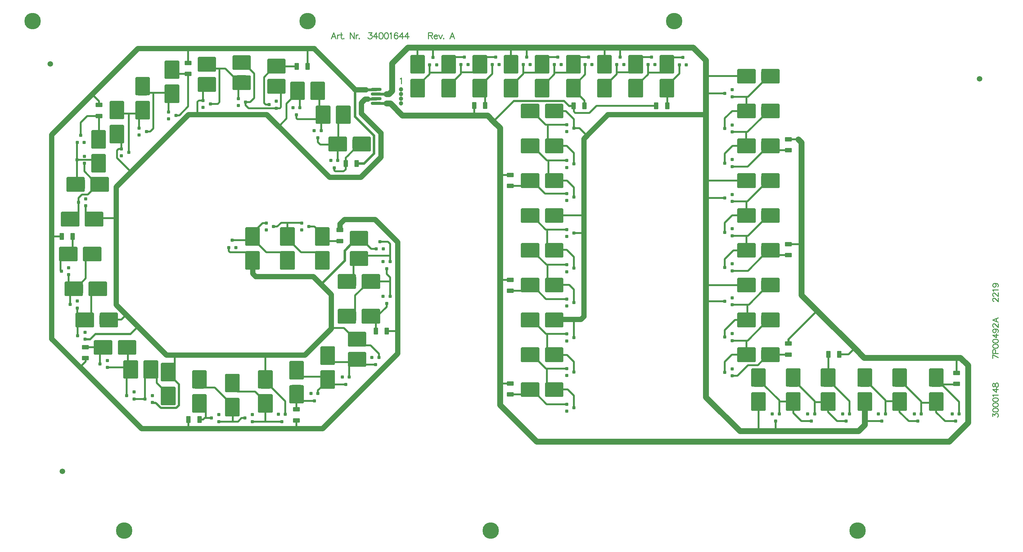
<source format=gtl>
%FSTAX44Y44*%
%MOMM*%
%SFA1B1*%

%IPPOS*%
%AMD29*
4,1,8,-0.449580,0.299720,-0.449580,-0.299720,-0.350520,-0.398780,0.350520,-0.398780,0.449580,-0.299720,0.449580,0.299720,0.350520,0.398780,-0.350520,0.398780,-0.449580,0.299720,0.0*
1,1,0.200000,-0.350520,0.299720*
1,1,0.200000,-0.350520,-0.299720*
1,1,0.200000,0.350520,-0.299720*
1,1,0.200000,0.350520,0.299720*
%
%AMD30*
4,1,8,-1.300480,0.599440,-1.300480,-0.599440,-1.150620,-0.749300,1.150620,-0.749300,1.300480,-0.599440,1.300480,0.599440,1.150620,0.749300,-1.150620,0.749300,-1.300480,0.599440,0.0*
1,1,0.300000,-1.150620,0.599440*
1,1,0.300000,-1.150620,-0.599440*
1,1,0.300000,1.150620,-0.599440*
1,1,0.300000,1.150620,0.599440*
%
%AMD31*
4,1,8,0.899160,-0.459740,0.899160,0.459740,0.784860,0.574040,-0.784860,0.574040,-0.899160,0.459740,-0.899160,-0.459740,-0.784860,-0.574040,0.784860,-0.574040,0.899160,-0.459740,0.0*
1,1,0.230000,0.784860,-0.459740*
1,1,0.230000,0.784860,0.459740*
1,1,0.230000,-0.784860,0.459740*
1,1,0.230000,-0.784860,-0.459740*
%
%AMD32*
4,1,8,-0.459740,-0.899160,0.459740,-0.899160,0.574040,-0.784860,0.574040,0.784860,0.459740,0.899160,-0.459740,0.899160,-0.574040,0.784860,-0.574040,-0.784860,-0.459740,-0.899160,0.0*
1,1,0.230000,-0.459740,-0.784860*
1,1,0.230000,0.459740,-0.784860*
1,1,0.230000,0.459740,0.784860*
1,1,0.230000,-0.459740,0.784860*
%
%AMD33*
4,1,8,-0.299720,-0.449580,0.299720,-0.449580,0.398780,-0.350520,0.398780,0.350520,0.299720,0.449580,-0.299720,0.449580,-0.398780,0.350520,-0.398780,-0.350520,-0.299720,-0.449580,0.0*
1,1,0.200000,-0.299720,-0.350520*
1,1,0.200000,0.299720,-0.350520*
1,1,0.200000,0.299720,0.350520*
1,1,0.200000,-0.299720,0.350520*
%
%AMD34*
4,1,8,-0.599440,-1.300480,0.599440,-1.300480,0.749300,-1.150620,0.749300,1.150620,0.599440,1.300480,-0.599440,1.300480,-0.749300,1.150620,-0.749300,-1.150620,-0.599440,-1.300480,0.0*
1,1,0.300000,-0.599440,-1.150620*
1,1,0.300000,0.599440,-1.150620*
1,1,0.300000,0.599440,1.150620*
1,1,0.300000,-0.599440,1.150620*
%
%ADD28C,1.499997*%
G04~CAMADD=29~8~0.0~0.0~315.0~354.3~39.4~0.0~15~0.0~0.0~0.0~0.0~0~0.0~0.0~0.0~0.0~0~0.0~0.0~0.0~90.0~354.0~314.0*
%ADD29D29*%
G04~CAMADD=30~8~0.0~0.0~590.6~1023.6~59.1~0.0~15~0.0~0.0~0.0~0.0~0~0.0~0.0~0.0~0.0~0~0.0~0.0~0.0~90.0~1024.0~590.0*
%ADD30D30*%
G04~CAMADD=31~8~0.0~0.0~452.8~708.7~45.3~0.0~15~0.0~0.0~0.0~0.0~0~0.0~0.0~0.0~0.0~0~0.0~0.0~0.0~270.0~708.0~452.0*
%ADD31D31*%
G04~CAMADD=32~8~0.0~0.0~452.8~708.7~45.3~0.0~15~0.0~0.0~0.0~0.0~0~0.0~0.0~0.0~0.0~0~0.0~0.0~0.0~180.0~452.0~708.0*
%ADD32D32*%
G04~CAMADD=33~8~0.0~0.0~315.0~354.3~39.4~0.0~15~0.0~0.0~0.0~0.0~0~0.0~0.0~0.0~0.0~0~0.0~0.0~0.0~180.0~314.0~354.0*
%ADD33D33*%
G04~CAMADD=34~8~0.0~0.0~590.6~1023.6~59.1~0.0~15~0.0~0.0~0.0~0.0~0~0.0~0.0~0.0~0.0~0~0.0~0.0~0.0~180.0~590.0~1024.0*
%ADD34D34*%
%ADD35O,2.949994X0.909998*%
%ADD36C,1.599997*%
%ADD37C,0.499999*%
%ADD38C,0.599999*%
%ADD39C,1.399997*%
%ADD40C,0.799998*%
%ADD41C,0.699999*%
%ADD42C,0.253999*%
%ADD43C,4.499991*%
%ADD44C,1.199998*%
%LNled_pd_gtl_wh_3000148_(4f00222l_7p00492a)-1*%
%LPD*%
G36*
X00645016Y0134499D02*
Y0130999D01*
X00642516Y0130749*
X00597516*
X00595016Y0130999*
Y0134499*
X00597516Y0134749*
X00642516*
X00645016Y0134499*
G37*
G36*
X00550016Y0133999D02*
Y0130499D01*
X00547516Y0130249*
X00502516*
X00500016Y0130499*
Y0133999*
X00502516Y0134249*
X00547516*
X00550016Y0133999*
G37*
G36*
X01800016Y01345491D02*
Y01299991D01*
X01797516Y01297491*
X01762516*
X01760016Y01299991*
Y01345491*
X01762516Y01347991*
X01797516*
X01800016Y01345491*
G37*
G36*
X01715016D02*
Y01299991D01*
X01712516Y01297491*
X01677516*
X01675016Y01299991*
Y01345491*
X01677516Y01347991*
X01712516*
X01715016Y01345491*
G37*
G36*
X01630016D02*
Y01299991D01*
X01627516Y01297491*
X01592516*
X01590016Y01299991*
Y01345491*
X01592516Y01347991*
X01627516*
X01630016Y01345491*
G37*
G36*
X01545016D02*
Y01299991D01*
X01542516Y01297491*
X01507516*
X01505016Y01299991*
Y01345491*
X01507516Y01347991*
X01542516*
X01545016Y01345491*
G37*
G36*
X01460016D02*
Y01299991D01*
X01457516Y01297491*
X01422516*
X01420016Y01299991*
Y01345491*
X01422516Y01347991*
X01457516*
X01460016Y01345491*
G37*
G36*
X01375016D02*
Y01299991D01*
X01372516Y01297491*
X01337516*
X01335016Y01299991*
Y01345491*
X01337516Y01347991*
X01372516*
X01375016Y01345491*
G37*
G36*
X01290016D02*
Y01299991D01*
X01287516Y01297491*
X01252516*
X01250016Y01299991*
Y01345491*
X01252516Y01347991*
X01287516*
X01290016Y01345491*
G37*
G36*
X01205016D02*
Y01299991D01*
X01202516Y01297491*
X01167516*
X01165016Y01299991*
Y01345491*
X01167516Y01347991*
X01202516*
X01205016Y01345491*
G37*
G36*
X01120016D02*
Y01299991D01*
X01117516Y01297491*
X01082516*
X01080016Y01299991*
Y01345491*
X01082516Y01347991*
X01117516*
X01120016Y01345491*
G37*
G36*
X00740016Y0133499D02*
Y0129999D01*
X00737516Y0129749*
X00692516*
X00690016Y0129999*
Y0133499*
X00692516Y0133749*
X00737516*
X00740016Y0133499*
G37*
G36*
X00450016Y0133049D02*
Y0128499D01*
X00447516Y0128249*
X00412516*
X00410016Y0128499*
Y0133049*
X00412516Y0133299*
X00447516*
X00450016Y0133049*
G37*
G36*
X02088016Y01307491D02*
Y01272491D01*
X02085516Y01269991*
X02040016*
X02037516Y01272491*
Y01307491*
X02040016Y01309991*
X02085516*
X02088016Y01307491*
G37*
G36*
X02022516D02*
Y01272491D01*
X02020016Y01269991*
X01974516*
X01972016Y01272491*
Y01307491*
X01974516Y01309991*
X02020016*
X02022516Y01307491*
G37*
G36*
X00645016Y0128999D02*
Y0125499D01*
X00642516Y0125249*
X00597516*
X00595016Y0125499*
Y0128999*
X00597516Y0129249*
X00642516*
X00645016Y0128999*
G37*
G36*
X00550016Y0128499D02*
Y0124999D01*
X00547516Y0124749*
X00502516*
X00500016Y0124999*
Y0128499*
X00502516Y0128749*
X00547516*
X00550016Y0128499*
G37*
G36*
X00740016Y0127999D02*
Y0124499D01*
X00737516Y0124249*
X00692516*
X00690016Y0124499*
Y0127999*
X00692516Y0128249*
X00737516*
X00740016Y0127999*
G37*
G36*
X00370016Y0128549D02*
Y0123999D01*
X00367516Y0123749*
X00332516*
X00330016Y0123999*
Y0128549*
X00332516Y0128799*
X00367516*
X00370016Y0128549*
G37*
G36*
X01800016Y01279991D02*
Y01234491D01*
X01797516Y01231991*
X01762516*
X01760016Y01234491*
Y01279991*
X01762516Y01282491*
X01797516*
X01800016Y01279991*
G37*
G36*
X01715016D02*
Y01234491D01*
X01712516Y01231991*
X01677516*
X01675016Y01234491*
Y01279991*
X01677516Y01282491*
X01712516*
X01715016Y01279991*
G37*
G36*
X01630016D02*
Y01234491D01*
X01627516Y01231991*
X01592516*
X01590016Y01234491*
Y01279991*
X01592516Y01282491*
X01627516*
X01630016Y01279991*
G37*
G36*
X01545016D02*
Y01234491D01*
X01542516Y01231991*
X01507516*
X01505016Y01234491*
Y01279991*
X01507516Y01282491*
X01542516*
X01545016Y01279991*
G37*
G36*
X01460016D02*
Y01234491D01*
X01457516Y01231991*
X01422516*
X01420016Y01234491*
Y01279991*
X01422516Y01282491*
X01457516*
X01460016Y01279991*
G37*
G36*
X01375016D02*
Y01234491D01*
X01372516Y01231991*
X01337516*
X01335016Y01234491*
Y01279991*
X01337516Y01282491*
X01372516*
X01375016Y01279991*
G37*
G36*
X01290016D02*
Y01234491D01*
X01287516Y01231991*
X01252516*
X01250016Y01234491*
Y01279991*
X01252516Y01282491*
X01287516*
X01290016Y01279991*
G37*
G36*
X01205016D02*
Y01234491D01*
X01202516Y01231991*
X01167516*
X01165016Y01234491*
Y01279991*
X01167516Y01282491*
X01202516*
X01205016Y01279991*
G37*
G36*
X01120016D02*
Y01234491D01*
X01117516Y01231991*
X01082516*
X01080016Y01234491*
Y01279991*
X01082516Y01282491*
X01117516*
X01120016Y01279991*
G37*
G36*
X00847516Y0127249D02*
Y0122749D01*
X00845016Y0122499*
X00810016*
X00807516Y0122749*
Y0127249*
X00810016Y0127499*
X00845016*
X00847516Y0127249*
G37*
G36*
X00792516D02*
Y0122749D01*
X00790016Y0122499*
X00755016*
X00752516Y0122749*
Y0127249*
X00755016Y0127499*
X00790016*
X00792516Y0127249*
G37*
G36*
X00450016Y0126499D02*
Y0121949D01*
X00447516Y0121699*
X00412516*
X00410016Y0121949*
Y0126499*
X00412516Y0126749*
X00447516*
X00450016Y0126499*
G37*
G36*
X01498016Y0121249D02*
Y0117749D01*
X01495516Y0117499*
X01450016*
X01447516Y0117749*
Y0121249*
X01450016Y0121499*
X01495516*
X01498016Y0121249*
G37*
G36*
X01432516D02*
Y0117749D01*
X01430016Y0117499*
X01384516*
X01382016Y0117749*
Y0121249*
X01384516Y0121499*
X01430016*
X01432516Y0121249*
G37*
G36*
X02088016D02*
Y0117749D01*
X02085516Y0117499*
X02040016*
X02037516Y0117749*
Y0121249*
X02040016Y0121499*
X02085516*
X02088016Y0121249*
G37*
G36*
X02022516D02*
Y0117749D01*
X02020016Y0117499*
X01974516*
X01972016Y0117749*
Y0121249*
X01974516Y0121499*
X02020016*
X02022516Y0121249*
G37*
G36*
X00300016Y0122049D02*
Y0117499D01*
X00297516Y0117249*
X00262516*
X00260016Y0117499*
Y0122049*
X00262516Y0122299*
X00297516*
X00300016Y0122049*
G37*
G36*
X00370016Y0121999D02*
Y0117449D01*
X00367516Y0117199*
X00332516*
X00330016Y0117449*
Y0121999*
X00332516Y0122249*
X00367516*
X00370016Y0121999*
G37*
G36*
X00917516Y0120749D02*
Y0116249D01*
X00915016Y0115999*
X00880016*
X00877516Y0116249*
Y0120749*
X00880016Y0120999*
X00915016*
X00917516Y0120749*
G37*
G36*
X00862516D02*
Y0116249D01*
X00860016Y0115999*
X00825016*
X00822516Y0116249*
Y0120749*
X00825016Y0120999*
X00860016*
X00862516Y0120749*
G37*
G36*
X00300016Y0115499D02*
Y0110949D01*
X00297516Y0110699*
X00262516*
X00260016Y0110949*
Y0115499*
X00262516Y0115749*
X00297516*
X00300016Y0115499*
G37*
G36*
X00250016Y0114049D02*
Y0109499D01*
X00247516Y0109249*
X00212516*
X00210016Y0109499*
Y0114049*
X00212516Y0114299*
X00247516*
X00250016Y0114049*
G37*
G36*
X00973016Y0112249D02*
Y0108749D01*
X00970516Y0108499*
X00925016*
X00922516Y0108749*
Y0112249*
X00925016Y0112499*
X00970516*
X00973016Y0112249*
G37*
G36*
X00907516D02*
Y0108749D01*
X00905016Y0108499*
X00859516*
X00857016Y0108749*
Y0112249*
X00859516Y0112499*
X00905016*
X00907516Y0112249*
G37*
G36*
X01498016Y01117491D02*
Y01082491D01*
X01495516Y01079991*
X01450016*
X01447516Y01082491*
Y01117491*
X01450016Y01119991*
X01495516*
X01498016Y01117491*
G37*
G36*
X01432516D02*
Y01082491D01*
X01430016Y01079991*
X01384516*
X01382016Y01082491*
Y01117491*
X01384516Y01119991*
X01430016*
X01432516Y01117491*
G37*
G36*
X02088016D02*
Y01082491D01*
X02085516Y01079991*
X02040016*
X02037516Y01082491*
Y01117491*
X02040016Y01119991*
X02085516*
X02088016Y01117491*
G37*
G36*
X02022516D02*
Y01082491D01*
X02020016Y01079991*
X01974516*
X01972016Y01082491*
Y01117491*
X01974516Y01119991*
X02020016*
X02022516Y01117491*
G37*
G36*
X00250016Y0107499D02*
Y0102949D01*
X00247516Y0102699*
X00212516*
X00210016Y0102949*
Y0107499*
X00212516Y0107749*
X00247516*
X00250016Y0107499*
G37*
G36*
X01498016Y0102249D02*
Y0098749D01*
X01495516Y0098499*
X01450016*
X01447516Y0098749*
Y0102249*
X01450016Y0102499*
X01495516*
X01498016Y0102249*
G37*
G36*
X01432516D02*
Y0098749D01*
X01430016Y0098499*
X01384516*
X01382016Y0098749*
Y0102249*
X01384516Y0102499*
X01430016*
X01432516Y0102249*
G37*
G36*
X02088016D02*
Y0098749D01*
X02085516Y0098499*
X02040016*
X02037516Y0098749*
Y0102249*
X02040016Y0102499*
X02085516*
X02088016Y0102249*
G37*
G36*
X02022516D02*
Y0098749D01*
X02020016Y0098499*
X01974516*
X01972016Y0098749*
Y0102249*
X01974516Y0102499*
X02020016*
X02022516Y0102249*
G37*
G36*
X00258016Y0101249D02*
Y0097749D01*
X00255516Y0097499*
X00210016*
X00207516Y0097749*
Y0101249*
X00210016Y0101499*
X00255516*
X00258016Y0101249*
G37*
G36*
X00192516D02*
Y0097749D01*
X00190016Y0097499*
X00144516*
X00142016Y0097749*
Y0101249*
X00144516Y0101499*
X00190016*
X00192516Y0101249*
G37*
G36*
X01498016Y00927489D02*
Y00892489D01*
X01495516Y00889989*
X01450016*
X01447516Y00892489*
Y00927489*
X01450016Y00929989*
X01495516*
X01498016Y00927489*
G37*
G36*
X01432516D02*
Y00892489D01*
X01430016Y00889989*
X01384516*
X01382016Y00892489*
Y00927489*
X01384516Y00929989*
X01430016*
X01432516Y00927489*
G37*
G36*
X02088016D02*
Y00892489D01*
X02085516Y00889989*
X02040016*
X02037516Y00892489*
Y00927489*
X02040016Y00929989*
X02085516*
X02088016Y00927489*
G37*
G36*
X02022516D02*
Y00892489D01*
X02020016Y00889989*
X01974516*
X01972016Y00892489*
Y00927489*
X01974516Y00929989*
X02020016*
X02022516Y00927489*
G37*
G36*
X00243016Y0091749D02*
Y0088249D01*
X00240516Y0087999*
X00195016*
X00192516Y0088249*
Y0091749*
X00195016Y0091999*
X00240516*
X00243016Y0091749*
G37*
G36*
X00177516D02*
Y0088249D01*
X00175016Y0087999*
X00129516*
X00127016Y0088249*
Y0091749*
X00129516Y0091999*
X00175016*
X00177516Y0091749*
G37*
G36*
X00965016Y0086499D02*
Y0082999D01*
X00962516Y0082749*
X00917516*
X00915016Y0082999*
Y0086499*
X00917516Y0086749*
X00962516*
X00965016Y0086499*
G37*
G36*
X00860016Y0087549D02*
Y0082999D01*
X00857516Y0082749*
X00822516*
X00820016Y0082999*
Y0087549*
X00822516Y0087799*
X00857516*
X00860016Y0087549*
G37*
G36*
X00765016D02*
Y0082999D01*
X00762516Y0082749*
X00727516*
X00725016Y0082999*
Y0087549*
X00727516Y0087799*
X00762516*
X00765016Y0087549*
G37*
G36*
X00670016D02*
Y0082999D01*
X00667516Y0082749*
X00632516*
X00630016Y0082999*
Y0087549*
X00632516Y0087799*
X00667516*
X00670016Y0087549*
G37*
G36*
X01498016Y00832491D02*
Y00797491D01*
X01495516Y00794991*
X01450016*
X01447516Y00797491*
Y00832491*
X01450016Y00834991*
X01495516*
X01498016Y00832491*
G37*
G36*
X01432516D02*
Y00797491D01*
X01430016Y00794991*
X01384516*
X01382016Y00797491*
Y00832491*
X01384516Y00834991*
X01430016*
X01432516Y00832491*
G37*
G36*
X02088016Y0083249D02*
Y0079749D01*
X02085516Y0079499*
X02040016*
X02037516Y0079749*
Y0083249*
X02040016Y0083499*
X02085516*
X02088016Y0083249*
G37*
G36*
X02022516D02*
Y0079749D01*
X02020016Y0079499*
X01974516*
X01972016Y0079749*
Y0083249*
X01974516Y0083499*
X02020016*
X02022516Y0083249*
G37*
G36*
X00238016Y0082249D02*
Y0078749D01*
X00235516Y0078499*
X00190016*
X00187516Y0078749*
Y0082249*
X00190016Y0082499*
X00235516*
X00238016Y0082249*
G37*
G36*
X00172516D02*
Y0078749D01*
X00170016Y0078499*
X00124516*
X00122016Y0078749*
Y0082249*
X00124516Y0082499*
X00170016*
X00172516Y0082249*
G37*
G36*
X00965016Y0080999D02*
Y0077499D01*
X00962516Y0077249*
X00917516*
X00915016Y0077499*
Y0080999*
X00917516Y0081249*
X00962516*
X00965016Y0080999*
G37*
G36*
X00860016D02*
Y0076449D01*
X00857516Y0076199*
X00822516*
X00820016Y0076449*
Y0080999*
X00822516Y0081249*
X00857516*
X00860016Y0080999*
G37*
G36*
X00765016D02*
Y0076449D01*
X00762516Y0076199*
X00727516*
X00725016Y0076449*
Y0080999*
X00727516Y0081249*
X00762516*
X00765016Y0080999*
G37*
G36*
X00670016D02*
Y0076449D01*
X00667516Y0076199*
X00632516*
X00630016Y0076449*
Y0080999*
X00632516Y0081249*
X00667516*
X00670016Y0080999*
G37*
G36*
X00998016Y0074749D02*
Y0071249D01*
X00995516Y0070999*
X00950016*
X00947516Y0071249*
Y0074749*
X00950016Y0074999*
X00995516*
X00998016Y0074749*
G37*
G36*
X00932516D02*
Y0071249D01*
X00930016Y0070999*
X00884516*
X00882016Y0071249*
Y0074749*
X00884516Y0074999*
X00930016*
X00932516Y0074749*
G37*
G36*
X01498016Y00737489D02*
Y00702489D01*
X01495516Y00699989*
X01450016*
X01447516Y00702489*
Y00737489*
X01450016Y00739989*
X01495516*
X01498016Y00737489*
G37*
G36*
X01432516D02*
Y00702489D01*
X01430016Y00699989*
X01384516*
X01382016Y00702489*
Y00737489*
X01384516Y00739989*
X01430016*
X01432516Y00737489*
G37*
G36*
X02088016D02*
Y00702489D01*
X02085516Y00699989*
X02040016*
X02037516Y00702489*
Y00737489*
X02040016Y00739989*
X02085516*
X02088016Y00737489*
G37*
G36*
X02022516D02*
Y00702489D01*
X02020016Y00699989*
X01974516*
X01972016Y00702489*
Y00737489*
X01974516Y00739989*
X02020016*
X02022516Y00737489*
G37*
G36*
X00253016Y0072749D02*
Y0069249D01*
X00250516Y00689991*
X00205016*
X00202516Y0069249*
Y0072749*
X00205016Y0072999*
X00250516*
X00253016Y0072749*
G37*
G36*
X00187516D02*
Y0069249D01*
X00185016Y00689991*
X00139516*
X00137016Y0069249*
Y0072749*
X00139516Y0072999*
X00185016*
X00187516Y0072749*
G37*
G36*
X00998016Y0065249D02*
Y0061749D01*
X00995516Y0061499*
X00950016*
X00947516Y0061749*
Y0065249*
X00950016Y0065499*
X00995516*
X00998016Y0065249*
G37*
G36*
X00932516D02*
Y0061749D01*
X00930016Y0061499*
X00884516*
X00882016Y0061749*
Y0065249*
X00884516Y0065499*
X00930016*
X00932516Y0065249*
G37*
G36*
X01498016Y00642491D02*
Y00607491D01*
X01495516Y00604991*
X01450016*
X01447516Y00607491*
Y00642491*
X01450016Y00644991*
X01495516*
X01498016Y00642491*
G37*
G36*
X01432516D02*
Y00607491D01*
X01430016Y00604991*
X01384516*
X01382016Y00607491*
Y00642491*
X01384516Y00644991*
X01430016*
X01432516Y00642491*
G37*
G36*
X02088016D02*
Y00607491D01*
X02085516Y00604991*
X02040016*
X02037516Y00607491*
Y00642491*
X02040016Y00644991*
X02085516*
X02088016Y00642491*
G37*
G36*
X02022516D02*
Y00607491D01*
X02020016Y00604991*
X01974516*
X01972016Y00607491*
Y00642491*
X01974516Y00644991*
X02020016*
X02022516Y00642491*
G37*
G36*
X00283016Y0064249D02*
Y0060749D01*
X00280516Y0060499*
X00235016*
X00232516Y0060749*
Y0064249*
X00235016Y0064499*
X00280516*
X00283016Y0064249*
G37*
G36*
X00217516D02*
Y0060749D01*
X00215016Y0060499*
X00169516*
X00167016Y0060749*
Y0064249*
X00169516Y0064499*
X00215016*
X00217516Y0064249*
G37*
G36*
X00960016Y0058999D02*
Y0055499D01*
X00957516Y0055249*
X00912516*
X00910016Y0055499*
Y0058999*
X00912516Y0059249*
X00957516*
X00960016Y0058999*
G37*
G36*
X00333016Y0056749D02*
Y0053249D01*
X00330516Y0052999*
X00285016*
X00282516Y0053249*
Y0056749*
X00285016Y0056999*
X00330516*
X00333016Y0056749*
G37*
G36*
X00267516D02*
Y0053249D01*
X00265016Y0052999*
X00219516*
X00217016Y0053249*
Y0056749*
X00219516Y0056999*
X00265016*
X00267516Y0056749*
G37*
G36*
X01498016Y0054749D02*
Y0051249D01*
X01495516Y0050999*
X01450016*
X01447516Y0051249*
Y0054749*
X01450016Y0054999*
X01495516*
X01498016Y0054749*
G37*
G36*
X01432516D02*
Y0051249D01*
X01430016Y0050999*
X01384516*
X01382016Y0051249*
Y0054749*
X01384516Y0054999*
X01430016*
X01432516Y0054749*
G37*
G36*
X02088016D02*
Y0051249D01*
X02085516Y0050999*
X02040016*
X02037516Y0051249*
Y0054749*
X02040016Y0054999*
X02085516*
X02088016Y0054749*
G37*
G36*
X02022516D02*
Y0051249D01*
X02020016Y0050999*
X01974516*
X01972016Y0051249*
Y0054749*
X01974516Y0054999*
X02020016*
X02022516Y0054749*
G37*
G36*
X00875016Y0055049D02*
Y0050499D01*
X00872516Y0050249*
X00837516*
X00835016Y0050499*
Y0055049*
X00837516Y0055299*
X00872516*
X00875016Y0055049*
G37*
G36*
X00960016Y0053499D02*
Y0049999D01*
X00957516Y0049749*
X00912516*
X00910016Y0049999*
Y0053499*
X00912516Y0053749*
X00957516*
X00960016Y0053499*
G37*
G36*
X00392516Y0051249D02*
Y0046749D01*
X00390017Y0046499*
X00355016*
X00352516Y0046749*
Y0051249*
X00355016Y0051499*
X00390017*
X00392516Y0051249*
G37*
G36*
X00337516D02*
Y0046749D01*
X00335016Y0046499*
X00300016*
X00297516Y0046749*
Y0051249*
X00300016Y0051499*
X00335016*
X00337516Y0051249*
G37*
G36*
X00790016Y0051049D02*
Y0046499D01*
X00787516Y0046249*
X00752516*
X00750016Y0046499*
Y0051049*
X00752516Y0051299*
X00787516*
X00790016Y0051049*
G37*
G36*
X00440016Y0050549D02*
Y0045999D01*
X00437516Y0045749*
X00402516*
X00400016Y0045999*
Y0050549*
X00402516Y0050799*
X00437516*
X00440016Y0050549*
G37*
G36*
X02535017Y00490491D02*
Y00444991D01*
X02532517Y00442491*
X02497517*
X02495017Y00444991*
Y00490491*
X02497517Y00492991*
X02532517*
X02535017Y00490491*
G37*
G36*
X02435017D02*
Y00444991D01*
X02432517Y00442491*
X02397517*
X02395017Y00444991*
Y00490491*
X02397517Y00492991*
X02432517*
X02435017Y00490491*
G37*
G36*
X02340016D02*
Y00444991D01*
X02337516Y00442491*
X02302516*
X02300016Y00444991*
Y00490491*
X02302516Y00492991*
X02337516*
X02340016Y00490491*
G37*
G36*
X02240016D02*
Y00444991D01*
X02237516Y00442491*
X02202516*
X02200016Y00444991*
Y00490491*
X02202516Y00492991*
X02237516*
X02240016Y00490491*
G37*
G36*
X02145017D02*
Y00444991D01*
X02142517Y00442491*
X02107517*
X02105017Y00444991*
Y00490491*
X02107517Y00492991*
X02142517*
X02145017Y00490491*
G37*
G36*
X02050016D02*
Y00444991D01*
X02047516Y00442491*
X02012516*
X02010016Y00444991*
Y00490491*
X02012516Y00492991*
X02047516*
X02050016Y00490491*
G37*
G36*
X00705016Y0048549D02*
Y0043999D01*
X00702516Y0043749*
X00667516*
X00665016Y0043999*
Y0048549*
X00667516Y0048799*
X00702516*
X00705016Y0048549*
G37*
G36*
X00525016D02*
Y0043999D01*
X00522516Y0043749*
X00487516*
X00485016Y0043999*
Y0048549*
X00487516Y0048799*
X00522516*
X00525016Y0048549*
G37*
G36*
X00875016Y0048499D02*
Y0043949D01*
X00872516Y0043699*
X00837516*
X00835016Y0043949*
Y0048499*
X00837516Y0048749*
X00872516*
X00875016Y0048499*
G37*
G36*
X00615016Y0047549D02*
Y0042999D01*
X00612516Y0042749*
X00577516*
X00575016Y0042999*
Y0047549*
X00577516Y0047799*
X00612516*
X00615016Y0047549*
G37*
G36*
X01498016Y00452491D02*
Y00417491D01*
X01495516Y00414991*
X01450016*
X01447516Y00417491*
Y00452491*
X01450016Y00454991*
X01495516*
X01498016Y00452491*
G37*
G36*
X01432516D02*
Y00417491D01*
X01430016Y00414991*
X01384516*
X01382016Y00417491*
Y00452491*
X01384516Y00454991*
X01430016*
X01432516Y00452491*
G37*
G36*
X00790016Y0044499D02*
Y0039949D01*
X00787516Y0039699*
X00752516*
X00750016Y0039949*
Y0044499*
X00752516Y0044749*
X00787516*
X00790016Y0044499*
G37*
G36*
X00440016Y0043999D02*
Y0039449D01*
X00437516Y0039199*
X00402516*
X00400016Y0039449*
Y0043999*
X00402516Y0044249*
X00437516*
X00440016Y0043999*
G37*
G36*
X02535017Y00424991D02*
Y00379491D01*
X02532517Y00376991*
X02497517*
X02495017Y00379491*
Y00424991*
X02497517Y00427491*
X02532517*
X02535017Y00424991*
G37*
G36*
X02435017D02*
Y00379491D01*
X02432517Y00376991*
X02397517*
X02395017Y00379491*
Y00424991*
X02397517Y00427491*
X02432517*
X02435017Y00424991*
G37*
G36*
X02340016D02*
Y00379491D01*
X02337516Y00376991*
X02302516*
X02300016Y00379491*
Y00424991*
X02302516Y00427491*
X02337516*
X02340016Y00424991*
G37*
G36*
X02240016D02*
Y00379491D01*
X02237516Y00376991*
X02202516*
X02200016Y00379491*
Y00424991*
X02202516Y00427491*
X02237516*
X02240016Y00424991*
G37*
G36*
X02145017D02*
Y00379491D01*
X02142517Y00376991*
X02107517*
X02105017Y00379491*
Y00424991*
X02107517Y00427491*
X02142517*
X02145017Y00424991*
G37*
G36*
X02050016D02*
Y00379491D01*
X02047516Y00376991*
X02012516*
X02010016Y00379491*
Y00424991*
X02012516Y00427491*
X02047516*
X02050016Y00424991*
G37*
G36*
X00705016Y0041999D02*
Y0037449D01*
X00702516Y0037199*
X00667516*
X00665016Y0037449*
Y0041999*
X00667516Y0042249*
X00702516*
X00705016Y0041999*
G37*
G36*
X00525016D02*
Y0037449D01*
X00522516Y0037199*
X00487516*
X00485016Y0037449*
Y0041999*
X00487516Y0042249*
X00522516*
X00525016Y0041999*
G37*
G36*
X00615016Y0040999D02*
Y0036449D01*
X00612516Y0036199*
X00577516*
X00575016Y0036449*
Y0040999*
X00577516Y0041249*
X00612516*
X00615016Y0040999*
G37*
G54D28*
X02632999Y01282499D03*
X00098499Y01323499D03*
X00131431Y00211395D03*
G54D29*
X01937999Y01243248D03*
X01957999Y01252748D03*
Y01233748D03*
X01937999Y01147465D03*
X01957999Y01156965D03*
Y01137965D03*
X01937999Y01052861D03*
X01957999Y01062361D03*
Y01043361D03*
X01937999Y00957725D03*
X01957999Y00967225D03*
Y00948225D03*
X01937999Y00863968D03*
X01957999Y00873468D03*
Y00854468D03*
X01937999Y00768421D03*
X01957999Y00777922D03*
Y00758922D03*
X01937999Y00675658D03*
X01957999Y00685158D03*
Y00666158D03*
X01937999Y00578029D03*
X01957999Y00587529D03*
Y00568529D03*
X01937999Y00481955D03*
X01957999Y00491455D03*
Y00472455D03*
X01526749Y010505D03*
X01506749Y01041D03*
Y0106D03*
X01526791Y00960057D03*
X01506791Y00950557D03*
Y00969557D03*
X01526791Y00862128D03*
X01506791Y00852628D03*
Y00871628D03*
X01526791Y0076605D03*
X01506791Y0075655D03*
Y0077555D03*
X01526791Y00672386D03*
X01506791Y00662886D03*
Y00681886D03*
X01526791Y00576963D03*
X01506791Y00567463D03*
Y00586463D03*
X01526791Y00482775D03*
X01506791Y00473275D03*
Y00492275D03*
X01526791Y003854D03*
X01506791Y003759D03*
Y00394901D03*
X01526791Y01148212D03*
X01506791Y01138712D03*
Y01157712D03*
X00803749Y0087975D03*
X00783749Y0087025D03*
Y0088925D03*
X00707249Y0087975D03*
X00687249Y0087025D03*
Y0088925D03*
X00628999Y00356998D03*
X00648999Y00366498D03*
Y00347498D03*
X00537999Y00356998D03*
X00557999Y00366498D03*
Y00347498D03*
X00356749Y00408998D03*
X00376749Y00418498D03*
Y00399498D03*
X00306499Y00418748D03*
X00326499Y00428248D03*
Y00409248D03*
X00233749Y00504748D03*
X00253749Y00514248D03*
Y00495248D03*
X00172999Y00581748D03*
X00192999Y00591248D03*
Y00572248D03*
X00151999Y00666998D03*
X00171999Y00676498D03*
Y00657498D03*
X00128499Y00757748D03*
X00148499Y00767248D03*
Y00748248D03*
X00174999Y00945998D03*
X00194999Y00955498D03*
Y00936498D03*
X00171249Y01061748D03*
X00191249Y01071248D03*
Y01052248D03*
X00312499Y0108225D03*
X00292499Y0107275D03*
Y0109175D03*
X00360499Y0113875D03*
X00340499Y0112925D03*
Y0114825D03*
X00440749Y01183D03*
X00420749Y011735D03*
Y011925D03*
X00534999Y0121425D03*
X00514999Y0120475D03*
Y0122375D03*
X00630999Y0121925D03*
X00610999Y0120975D03*
Y0122875D03*
X00694749Y01212248D03*
X00714749Y01221748D03*
Y01202748D03*
G54D30*
X02030016Y00419991D03*
Y00449991D03*
X01440016Y01274991D03*
Y01304991D03*
X00745016Y0083499D03*
Y0080499D03*
X00940016Y0083499D03*
Y0080499D03*
X00935016Y0055999D03*
Y0052999D03*
X00420016Y0043499D03*
Y0046499D03*
X00230016Y0109999D03*
Y0106999D03*
X00350016Y0124499D03*
Y0121499D03*
X00430016Y0128999D03*
Y0125999D03*
X00715016Y0127499D03*
Y0130499D03*
X00525016Y0130999D03*
Y0127999D03*
X00620016Y0131499D03*
Y0128499D03*
X00840016Y0080499D03*
Y0083499D03*
X00770016Y0046999D03*
Y0043999D03*
X00505016Y0044499D03*
Y0041499D03*
X00855016Y0050999D03*
Y0047999D03*
X00595016Y0043499D03*
Y0040499D03*
X00650016Y0080499D03*
Y0083499D03*
X00685016Y0044499D03*
Y0041499D03*
X00280016Y0114999D03*
Y0117999D03*
X02320016Y00449991D03*
Y00419991D03*
X01610016Y01274991D03*
Y01304991D03*
X01355016Y01274991D03*
Y01304991D03*
X01100016Y01274991D03*
Y01304991D03*
X02415017Y00449991D03*
Y00419991D03*
X02125017Y00449991D03*
Y00419991D03*
X01695016Y01274991D03*
Y01304991D03*
X01185016Y01274991D03*
Y01304991D03*
X02515017Y00449991D03*
Y00419991D03*
X02220016Y00449991D03*
Y00419991D03*
X01780016Y01274991D03*
Y01304991D03*
X01525016Y01274991D03*
Y01304991D03*
X01270016Y01274991D03*
Y01304991D03*
G54D31*
X02111249Y00530499D03*
Y00560499D03*
X02570249Y00450249D03*
Y00480249D03*
X01353249Y00990499D03*
Y01020499D03*
Y00704499D03*
Y00734499D03*
Y00421499D03*
Y00451499D03*
X00887999Y00870249D03*
Y00840249D03*
X00769749Y00350749D03*
Y00380749D03*
X00194249Y00520749D03*
Y00550749D03*
X00231499Y01211499D03*
Y01181499D03*
X00474499Y01325999D03*
Y01295999D03*
X02111249Y00831749D03*
Y00801749D03*
Y01117749D03*
Y01087749D03*
G54D32*
X02220749Y00530999D03*
X02250749D03*
X01284749Y01209999D03*
X01254749D03*
X01781203Y01209249D03*
X01751203D03*
X0155575D03*
X01525749D03*
X01016Y00594499D03*
X00985999D03*
X00475249Y00353499D03*
X00505249D03*
X00129249Y00852999D03*
X00159249D03*
X00800249Y01316999D03*
X00770249D03*
X00904249Y01051749D03*
X00934249D03*
G54D33*
X0207725Y00348749D03*
X0206775Y00368749D03*
X0208675D03*
X02173828Y00348749D03*
X02164328Y00368749D03*
X02183328D03*
X02269011Y00348749D03*
X02259511Y00368749D03*
X02278511D03*
X02366753Y00348749D03*
X02357253Y00368749D03*
X02376253D03*
X02464555Y00348749D03*
X02455055Y00368749D03*
X02474055D03*
X02567981Y00348749D03*
X02558481Y00368749D03*
X02577481D03*
X01823629Y01341241D03*
X01833129Y01321241D03*
X01814129D03*
X01738052Y01341999D03*
X01747552Y01321999D03*
X01728552D03*
X01652998Y01341999D03*
X01662498Y01321999D03*
X01643498D03*
X01566498Y01341999D03*
X01575998Y01321999D03*
X01556998D03*
X01482748Y01341999D03*
X01492248Y01321999D03*
X01473248D03*
X01397998Y01341999D03*
X01407498Y01321999D03*
X01388498D03*
X01312998Y01341999D03*
X01322498Y01321999D03*
X01303498D03*
X01227918Y01341999D03*
X01237418Y01321999D03*
X01218418D03*
X01142502Y01341241D03*
X01152002Y01321241D03*
X01133002D03*
X00594748Y00842249D03*
X00604248Y00822249D03*
X00585248D03*
X00996998Y00838499D03*
X01006498Y00818499D03*
X00987498D03*
X0101575Y00764249D03*
X0100625Y00784249D03*
X0102525D03*
X0101575Y00669499D03*
X0100625Y00689499D03*
X0102525D03*
X0098525Y00502749D03*
X0097575Y00522749D03*
X0099475D03*
X0090425Y00448749D03*
X0089475Y00468749D03*
X0091375D03*
X008185Y00403999D03*
X00809Y00423999D03*
X00828D03*
X0072975Y00347499D03*
X0072025Y00367499D03*
X0073925D03*
X00180998Y01128999D03*
X00190498Y01108999D03*
X00171498D03*
X007695Y01184249D03*
X0076Y01204249D03*
X00779D03*
X0082775Y01121499D03*
X0081825Y01141499D03*
X0083725D03*
X0087275Y01039999D03*
X0086325Y01059999D03*
X0088225D03*
G54D34*
X00955016Y0072999D03*
X00925016D03*
X00360016Y0048999D03*
X00330016D03*
X00260016Y0054999D03*
X00290016D03*
X00210016Y0062499D03*
X00240016D03*
X00180016Y0070999D03*
X00210016D03*
X00165016Y0080499D03*
X00195016D03*
X00170016Y0089999D03*
X00200016D03*
X00930016Y0110499D03*
X00900016D03*
X00785016Y0124999D03*
X00815016D03*
X00855016Y0118499D03*
X00885016D03*
X00925016Y0063499D03*
X00955016D03*
X00215016Y0099499D03*
X00185016D03*
X02045016Y00719989D03*
X02015016D03*
X02045016Y0100499D03*
X02015016D03*
X02045016Y01289991D03*
X02015016D03*
X01425016Y00624991D03*
X01455016D03*
X01425016Y00909989D03*
X01455016D03*
X01425016Y0119499D03*
X01455016D03*
X02045016Y00624991D03*
X02015016D03*
X02045016Y00909989D03*
X02015016D03*
X02045016Y0119499D03*
X02015016D03*
X01425016Y0052999D03*
X01455016D03*
X01425016Y00814991D03*
X01455016D03*
X01425016Y01099991D03*
X01455016D03*
X02045016Y0052999D03*
X02015016D03*
X02045016Y0081499D03*
X02015016D03*
X02045016Y01099991D03*
X02015016D03*
X01425016Y00434991D03*
X01455016D03*
X01425016Y00719989D03*
X01455016D03*
X01425016Y0100499D03*
X01455016D03*
G54D35*
X00986949Y01253599D03*
Y01240899D03*
Y01215499D03*
Y01228199D03*
G54D36*
X02580999Y00521749D02*
X02601749Y00500999D01*
X02550499Y00293249D02*
X02601749Y00344499D01*
Y00500999*
X01424749Y00293249D02*
X02550499D01*
X02567499Y00521749D02*
X02580999D01*
X02318249D02*
X02567499D01*
X02320016Y00349749D02*
Y00419991D01*
Y00338516D02*
Y00349749D01*
X02076749Y00321499D02*
X02302999D01*
X02320016Y00338516*
X02292499Y00547499D02*
X02318249Y00521749D01*
X02189499Y00650499D02*
X02292499Y00547499D01*
X02027999Y00321499D02*
X02076749D01*
X01979247D02*
X02027999D01*
X02147499Y00692499D02*
X02189499Y00650499D01*
X01886249Y00679249D02*
Y00719249D01*
Y00414497D02*
Y00679249D01*
Y00719249D02*
Y00959249D01*
X02147499Y00692499D02*
Y00831249D01*
Y01108999*
X01886249Y00959249D02*
Y01002249D01*
Y01184999*
Y01243249D02*
Y01288999D01*
Y01184999D02*
Y01243249D01*
Y01288999D02*
Y01333749D01*
X01324749Y00452999D02*
Y00735499D01*
Y00393249D02*
Y00452999D01*
Y00735499D02*
Y01020749D01*
X01653749Y01367999D02*
X01851999D01*
X01609749D02*
X01653749D01*
X01397499D02*
X01609749D01*
X01306624Y01167124D02*
X01324749Y01148999D01*
Y01020749D02*
Y01148999D01*
X01291249Y01182499D02*
X01306624Y01167124D01*
X01354749Y01367999D02*
X01397499D01*
X01142499D02*
X01354749D01*
X01254249Y01182499D02*
X01291249D01*
X01058749D02*
X01254249D01*
X01025749Y01215499D02*
X01058749Y01182499D01*
X01324749Y00393249D02*
X01424749Y00293249D01*
X01100749Y01367999D02*
X01142499D01*
X01073249D02*
X01100749D01*
X01014799Y01215499D02*
X01025749D01*
X02138749Y01117749D02*
X02147499Y01108999D01*
X01030532Y01325281D02*
X01073249Y01367999D01*
X01851999D02*
X01886249Y01333749D01*
X01014799Y01240899D02*
X01021649D01*
X01030532Y01249781D02*
Y01325281D01*
X01021649Y01240899D02*
X01030532Y01249781D01*
X01886249Y00414497D02*
X01979247Y00321499D01*
G54D37*
X02570249Y00480249D02*
Y00518999D01*
X02567499Y00521749D02*
X02570249Y00518999D01*
X02568749Y00448749D02*
X02570249Y00450249D01*
X02529749Y00448749D02*
X02568749D01*
X02529749D02*
X02577481Y00401017D01*
Y00368749D02*
Y00401017D01*
X02474055Y00398749D02*
Y00401943D01*
Y00368749D02*
Y00398749D01*
X02503749D02*
X02505499Y00400499D01*
X02474055Y00398749D02*
X02503749D01*
X02428249Y00447749D02*
X02474055Y00401943D01*
X02539249Y00348749D02*
X02567981D01*
X02515017Y00372981D02*
Y00419991D01*
Y00372981D02*
X02539249Y00348749D01*
X02415017Y00373731D02*
Y00419991D01*
Y00373731D02*
X02439999Y00348749D01*
X02464555*
X02376253Y00402999D02*
Y00405995D01*
Y00368749D02*
Y00402999D01*
X02406749*
X02407999Y00404249*
X02333249Y00448999D02*
X02376253Y00405995D01*
X02321016Y00348749D02*
X02366753D01*
X02320016Y00349749D02*
X02321016Y00348749D01*
X02250749Y00530999D02*
X02275999D01*
X02292499Y00547499*
X02219999Y00465999D02*
X02220749Y00466749D01*
Y00530999*
X02233499Y00447749D02*
X02278511Y00402737D01*
Y00368749D02*
Y00402737D01*
X02219249Y00400749D02*
X02220016Y00401516D01*
Y00419991*
Y00373232D02*
Y00401516D01*
Y00373232D02*
X02244499Y00348749D01*
X02269011*
X02183328Y00400749D02*
Y0040342D01*
Y00368749D02*
Y00400749D01*
X02219249*
X02138999Y00447749D02*
X02183328Y0040342D01*
X02125017Y0037098D02*
Y00419991D01*
Y0037098D02*
X02147249Y00348749D01*
X02173828*
X0208675Y00402499D02*
Y00405748D01*
Y00368749D02*
Y00402499D01*
X02122499D02*
X02123249Y00403249D01*
X0208675Y00402499D02*
X02122499D01*
X02044249Y00448249D02*
X0208675Y00405748D01*
X0207725Y00322D02*
Y00348749D01*
X02076749Y00321499D02*
X0207725Y00322D01*
X02030016Y00323516D02*
Y00419991D01*
X02027999Y00321499D02*
X02030016Y00323516D01*
X02045526Y00530499D02*
X02111249D01*
X02045016Y0052999D02*
X02045526Y00530499D01*
X02001749Y00501499D02*
X02028249D01*
X02042499Y00515749*
X01972705Y00472455D02*
X02001749Y00501499D01*
X01957999Y00472455D02*
X01972705D01*
X0195749Y0052999D02*
X02015016D01*
X01937999Y00510499D02*
X0195749Y0052999D01*
X01937999Y00481955D02*
Y00510499D01*
X01997499Y00568529D02*
X02000779D01*
X01957999D02*
X01997499D01*
Y00537999D02*
Y00568529D01*
Y00537999D02*
X01998499Y00536999D01*
X02000779Y00568529D02*
X02043249Y00610999D01*
X01965741Y00624991D02*
X02015016D01*
X01937999Y00597249D02*
X01965741Y00624991D01*
X01937999Y00578029D02*
Y00597249D01*
X0200025Y00666158D02*
X02003658D01*
X01957999D02*
X0200025D01*
Y00627999D02*
Y00666158D01*
X01998999Y00626749D02*
X0200025Y00627999D01*
X02003658Y00666158D02*
X02042499Y00704999D01*
X0188984Y00675658D02*
X01937999D01*
X01886249Y00679249D02*
X0188984Y00675658D01*
X01886989Y00719989D02*
X02015016D01*
X01886249Y00719249D02*
X01886989Y00719989D01*
X02111249Y00831749D02*
X02146999D01*
X02147499Y00831249*
X02077499Y00801749D02*
X02111249D01*
X02077499D02*
D01*
X02001421Y00758922D02*
X02042499Y00799999D01*
X01957999Y00758922D02*
X02001421D01*
X0196199Y0081499D02*
X02015016D01*
X01937999Y00790999D02*
X0196199Y0081499D01*
X01937999Y00768421D02*
Y00790999D01*
X01997499Y00818749D02*
X01999999Y00816249D01*
X01997499Y00818749D02*
Y00854468D01*
X01957999D02*
X01997499D01*
X02001718*
X02042499Y00895249*
X01957989Y00909989D02*
X02015016D01*
X01937999Y00889999D02*
X01957989Y00909989D01*
X01937999Y00863968D02*
Y00889999D01*
X01996999Y00948225D02*
X02000225D01*
X01957999D02*
X01996999D01*
Y00916749D02*
Y00948225D01*
X01995249Y00914999D02*
X01996999Y00916749D01*
X02000225Y00948225D02*
X02041499Y00989499D01*
X01887773Y00957725D02*
X01937999D01*
X01886249Y00959249D02*
X01887773Y00957725D01*
X0188899Y0100499D02*
X02015016D01*
X01886249Y01002249D02*
X0188899Y0100499D01*
X02078499Y01086749D02*
X02079499Y01087749D01*
X02111249*
X02000861Y01043361D02*
X02042249Y01084749D01*
X01957999Y01043361D02*
X02000861D01*
X01959241Y01099991D02*
X02015016D01*
X01937999Y01078749D02*
X01959241Y01099991D01*
X01937999Y01052861D02*
Y01078749D01*
X01996249Y01137965D02*
X01999965D01*
X01957999D02*
X01996249D01*
X01995749Y01103249D02*
X01996249Y01103749D01*
Y01137965*
X01999965D02*
X02041749Y01179749D01*
X0195799Y0119499D02*
X02015016D01*
X01937999Y01174999D02*
X0195799Y0119499D01*
X01937999Y01147465D02*
Y01174999D01*
X01996999Y01233748D02*
X02001248D01*
X01957999D02*
X01996999D01*
Y01205249D02*
Y01233748D01*
X01994749Y01202999D02*
X01996999Y01205249D01*
X02001248Y01233748D02*
X02041249Y01273749D01*
X0188625Y01243248D02*
X01937999D01*
X01886249Y01243249D02*
X0188625Y01243248D01*
X01887241Y01289991D02*
X02015016D01*
X01886249Y01288999D02*
X01887241Y01289991D01*
X01455016Y00909989D02*
X01552489D01*
X01553249Y00910749*
X01526791Y00862128D02*
X01552378D01*
X01553249Y00862999*
X01526791Y00576963D02*
Y00625707D01*
X01526249Y00626249D02*
X01526791Y00625707D01*
Y01148212D02*
X01541786D01*
X01562124Y01127874*
X01526791Y01148212D02*
Y01172957D01*
X01455016Y0119499D02*
X01504758D01*
X01526791Y01172957*
X01326249Y00451499D02*
X01353249D01*
X01324749Y00452999D02*
X01326249Y00451499D01*
X01403749Y00421499D02*
X01404499Y00420749D01*
X01353249Y00421499D02*
X01403749D01*
X01425499Y00421749D02*
X01452347Y00394901D01*
X01506791*
X01455016Y00434991D02*
X01510007D01*
X01526791Y00418207*
Y003854D02*
Y00418207D01*
X01452999Y00492275D02*
X01506791D01*
X01449973D02*
X01452999D01*
Y00437009D02*
X01455016Y00434991D01*
X01452999Y00437009D02*
Y00492275D01*
X01425999Y00516249D02*
X01449973Y00492275D01*
X01455757Y00529249D02*
X01507999D01*
X01526791Y00510457*
X01453499Y00531507D02*
X01455757Y00529249D01*
X01526791Y00482775D02*
Y00510457D01*
X01453499Y00586463D02*
X01506791D01*
X01450535D02*
X01453499D01*
Y00531507D02*
Y00586463D01*
X01427499Y00609499D02*
X01450535Y00586463D01*
X01325749Y00734499D02*
X01353249D01*
X01324749Y00735499D02*
X01325749Y00734499D01*
X01353249Y00704499D02*
X01399749D01*
X01402249Y00706999*
X01450362Y00681886D02*
X01506791D01*
X01426249Y00705999D02*
X01450362Y00681886D01*
X01454499Y00720507D02*
X01514241D01*
X01526791Y00707957*
Y00672386D02*
Y00707957D01*
X01454499Y0077555D02*
X01506791D01*
X01451698D02*
X01454499D01*
Y00720507D02*
X01455016Y00719989D01*
X01454499Y00720507D02*
Y0077555D01*
X01426749Y00800499D02*
X01451698Y0077555D01*
X01453499Y00816509D02*
X01506739D01*
X01526791Y00796457*
Y0076605D02*
Y00796457D01*
X01453499Y00871628D02*
X01506791D01*
X0144987D02*
X01453499D01*
Y00816509D02*
X01455016Y00814991D01*
X01453499Y00816509D02*
Y00871628D01*
X01425499Y00895999D02*
X0144987Y00871628D01*
X01353249Y00990499D02*
X01400999D01*
X01401499Y00990999*
X01426249D02*
X01447691Y00969557D01*
X01506791*
X01455016Y0100499D02*
X01508258D01*
X01526791Y00986457*
Y00960057D02*
Y00986457D01*
X01455016Y01099991D02*
X01507257D01*
X01526749Y01080499*
Y010505D02*
Y01080499D01*
X01455016Y01157712D02*
X01506791D01*
X01455016Y01099991D02*
Y01157712D01*
X01449286D02*
X01455016D01*
X01452998Y0106D02*
X01457249D01*
X01455016Y0100499D02*
X01457249Y01007223D01*
X01428249Y01084749D02*
X01452998Y0106D01*
X01457249Y01007223D02*
Y0106D01*
X01506749*
X01426749Y01180249D02*
X01449286Y01157712D01*
X01781203Y01209249D02*
Y01250045D01*
X01780499Y01250749D02*
X01781203Y01250045D01*
X01814129Y01297129D02*
Y01321241D01*
X01796249Y01279249D02*
X01814129Y01297129D01*
X01782749Y01342749D02*
X01784257Y01341241D01*
X01823629*
X01728552Y01299999D02*
Y01321999D01*
X01775025Y01299999D02*
X01780016Y01304991D01*
X01728552Y01295052D02*
Y01299999D01*
X01775025*
X01711249Y01277749D02*
X01728552Y01295052D01*
X01699999Y01343499D02*
X01701499Y01341999D01*
X01738052*
X01643498Y01300249D02*
Y01321999D01*
Y01300249D02*
X01690275D01*
X01695016Y01304991*
X01643498Y01295498D02*
Y01300249D01*
X01625999Y01277999D02*
X01643498Y01295498D01*
X01652998Y01341999D02*
Y01367248D01*
X01653749Y01367999*
X01610016Y01304991D02*
Y01367732D01*
X01609749Y01367999D02*
X01610016Y01367732D01*
X01541749Y01237249D02*
X0155575Y01223249D01*
Y01209249D02*
Y01223249D01*
X01530249Y01189999D02*
X01569249D01*
X01588499Y01209249D02*
X01751203D01*
X01569249Y01189999D02*
X01588499Y01209249D01*
X01526749Y01193499D02*
X01530249Y01189999D01*
X01526749Y01193499D02*
Y01208249D01*
X01525749Y01209249D02*
X01526749Y01208249D01*
X01525749Y01247999D02*
X01527249Y01249499D01*
X01556998Y01294248D02*
Y01321999D01*
X01539749Y01276999D02*
X01556998Y01294248D01*
X01530999Y01341999D02*
X01566498D01*
X01530249Y01342749D02*
X01530999Y01341999D01*
X01473248Y01295248D02*
Y01299999D01*
Y01321999*
X01520025Y01299999D02*
X01525016Y01304991D01*
X01473248Y01299999D02*
X01520025D01*
X01454249Y01276249D02*
X01473248Y01295248D01*
X01448249Y01343499D02*
X01449749Y01341999D01*
X01482748*
X01388498Y01299999D02*
Y01321999D01*
Y01295998D02*
Y01299999D01*
X01435025D02*
X01440016Y01304991D01*
X01388498Y01299999D02*
X01435025D01*
X01368999Y01276499D02*
X01388498Y01295998D01*
X01397998Y01341999D02*
Y013675D01*
X01397499Y01367999D02*
X01397998Y013675D01*
X01354749Y01305258D02*
X01355016Y01304991D01*
X01354749Y01305258D02*
Y01367999D01*
X01324999Y01020499D02*
X01353249D01*
X01324749Y01020749D02*
X01324999Y01020499D01*
X01254749Y01182999D02*
Y01209999D01*
X01254249Y01182499D02*
X01254749Y01182999D01*
X01284249Y01210499D02*
Y01247749D01*
Y01210499D02*
X01284749Y01209999D01*
X01283999Y01276749D02*
X01303498Y01296248D01*
Y01321999*
X01275249Y01341999D02*
X01312998D01*
X01274249Y01342999D02*
X01275249Y01341999D01*
X01265775Y01300749D02*
X01270016Y01304991D01*
X01218499Y01300749D02*
Y01322249D01*
Y01300749D02*
X01265775D01*
X01218499Y01296499D02*
Y01300749D01*
X01199999Y01277999D02*
X01218499Y01296499D01*
X01218418Y01321999D02*
Y01322168D01*
X01218499Y01322249*
X01191999Y01341999D02*
D01*
X01227918*
X01142502Y01341241D02*
Y01367996D01*
X01142499Y01367999D02*
X01142502Y01367996D01*
X01133002Y01295752D02*
Y01299999D01*
X01180025*
X01185016Y01304991*
X01133002Y01299999D02*
Y01321241D01*
X01106999Y01269749D02*
X01133002Y01295752D01*
X01106999Y01266249D02*
Y01269749D01*
X01100016Y01304991D02*
Y01367266D01*
X01100749Y01367999*
X02111249Y01117749D02*
X02138749D01*
X00499749Y01187249D02*
Y01219999D01*
Y01187249D02*
X00501249Y01185749D01*
X00440749Y01183D02*
X004505D01*
X00474499Y01206999D02*
Y01295999D01*
X004505Y01183D02*
X00474499Y01206999D01*
X00334749Y00604749D02*
X00339249D01*
X00291749Y00625499D02*
X00304499Y00638249D01*
X00305749*
X00929749Y01253499D02*
X00929999Y01253249D01*
X00865999Y00602749D02*
X00899499D01*
X00864499Y00601249D02*
X00865999Y00602749D01*
X00899499D02*
X00927999Y00574249D01*
X00933749*
X00836874Y00722374D02*
X00837624D01*
X00645258Y00809749D02*
X00650016Y0080499D01*
X00585248Y00812678D02*
Y00822249D01*
X00588177Y00809749D02*
X00645258D01*
X00585248Y00812678D02*
X00588177Y00809749D01*
X00594748Y00842249D02*
X00637258D01*
X00644516Y0083499*
X00650016*
X00665749Y00831249D02*
X00687249Y00809749D01*
X00740258D02*
X00745016Y0080499D01*
X00687249Y00809749D02*
X00740258D01*
X00663749Y00875499D02*
X006775Y0088925D01*
X00687249*
X00759499Y00832249D02*
X00781999Y00809749D01*
X00835258D02*
X00840016Y0080499D01*
X00781999Y00809749D02*
X00835258D01*
X00744999Y00890249D02*
X00782749D01*
X00727999D02*
X00744999D01*
X00745016Y0083499D02*
Y00890232D01*
X00744999Y00890249D02*
X00745016Y00890232D01*
X007175Y0087975D02*
X00727999Y00890249D01*
X00707249Y0087975D02*
X007175D01*
X00783748Y0088925D02*
X00783749D01*
X00782749Y00890249D02*
X00783748Y0088925D01*
X00818748Y0087975D02*
X00823499Y00874999D01*
X00803749Y0087975D02*
X00818748D01*
X00850775Y00840249D02*
X00887999D01*
X00845516Y0083499D02*
X00850775Y00840249D01*
X00840016Y0083499D02*
X00845516D01*
X00973749Y00818499D02*
X00987498D01*
X00958499Y00833749D02*
X00973749Y00818499D01*
X0102525Y00799999D02*
Y00832248D01*
Y00784249D02*
Y00799999D01*
X00940016Y0080499D02*
X00945008Y00799999D01*
X0102525*
X00925249Y00728249D02*
Y00787999D01*
X00930999Y0079375*
X00925016Y00728482D02*
X00925249Y00728249D01*
X00925016Y00728482D02*
Y0072999D01*
X00996998Y00838499D02*
X01018999D01*
X0102525Y00832248*
Y00689499D02*
Y00740748D01*
X00955016Y0072999D02*
X01023999D01*
X0101575Y00750248D02*
Y00764249D01*
Y00750248D02*
X0102525Y00740748D01*
X00925016Y0063499D02*
X00929749Y00639723D01*
Y00691499D02*
X00952999Y00714749D01*
X00929749Y00639723D02*
Y00691499D01*
X00989501Y00637499D02*
X00992249D01*
X01015614Y00660864D02*
Y00667499D01*
X00992249Y00637499D02*
X01015614Y00660864D01*
X0101575Y00667635D02*
Y00669499D01*
X01015614Y00667499D02*
X0101575Y00667635D01*
X00985999Y00594499D02*
Y00626749D01*
X00986499Y00627249*
X01016Y00594499D02*
X01045749D01*
X01045999Y00594249*
X00971999Y00555249D02*
X0099475Y00532498D01*
X00948159Y00555249D02*
X00971999D01*
X0099475Y00522749D02*
Y00532498D01*
X00940249Y00502749D02*
X0098525D01*
X00939999Y00502999D02*
X00940249Y00502749D01*
X00855016Y0050999D02*
X0091449D01*
X0091375Y00468749D02*
Y0050675D01*
X00914249Y00507249*
X00865249Y00448749D02*
X0090425D01*
X00863999Y00449999D02*
X00865249Y00448749D01*
X0091449Y0050999D02*
X00926249Y00521749D01*
X00828Y00423999D02*
X00828135Y00424134D01*
Y00432385*
X00838999Y00443249*
X00770016Y0046999D02*
X00841587D01*
X00844516Y00472919*
Y0047499*
X00849516Y0047999*
X00855016*
X00784249Y00403999D02*
X008185D01*
X00783249Y00404999D02*
X00784249Y00403999D01*
X00769749Y00328999D02*
Y00350749D01*
Y00328999D02*
X00770249Y00328499D01*
X00475249Y00328999D02*
Y00353499D01*
X00474749Y00328499D02*
X00475249Y00328999D01*
X00769749Y00410499D02*
X00771499Y00412249D01*
X00769749Y00380749D02*
Y00410499D01*
X00685016Y0044499D02*
Y00529249D01*
X00420016Y00488266D02*
X00437749Y00505999D01*
Y00529249*
X00420016Y0046499D02*
Y00488266D01*
X00700499Y00441749D02*
X0073925Y00402998D01*
Y00367499D02*
Y00402998D01*
X00684749Y00347498D02*
X00729749D01*
X00648999D02*
X00684749D01*
X00685016Y00347766D02*
Y0041499D01*
X00684749Y00347498D02*
X00685016Y00347766D01*
X00729749Y00347498D02*
X0072975Y00347499D01*
X00656749Y00429749D02*
X00671249Y00415249D01*
X00595016Y0043499D02*
X00600016Y0042999D01*
X00608204*
X00608445Y00429749*
X00656749*
X00522999Y00356998D02*
X00537999D01*
X00519248D02*
X00522999D01*
X00522499Y00357498D02*
Y00379499D01*
Y00357498D02*
X00522999Y00356998D01*
X00505249Y00353499D02*
X00515749D01*
X00519248Y00356998*
X00595999Y00347498D02*
X00610248D01*
X00557999D02*
X00595999D01*
Y00374249*
X00596249Y00374499*
X00505016Y0044499D02*
X00510008Y00439999D01*
X00546999D02*
X00580499Y00406499D01*
X00510008Y00439999D02*
X00546999D01*
X00610248Y00347498D02*
X00619748Y00356998D01*
X00628999*
X00101749Y00846749D02*
X00107749Y00852749D01*
X00128999D02*
X00129249Y00852999D01*
X00107749Y00852749D02*
X00128999D01*
X00504499Y00378999D02*
X00505249Y00378249D01*
X00376749Y00399498D02*
X00377009Y00399238D01*
X00388999Y00452999D02*
Y00469249D01*
Y00452999D02*
X00403249Y00438749D01*
X00418008Y0043499D02*
X00420016D01*
X00416999Y00435999D02*
X00418008Y0043499D01*
X00305749Y00474999D02*
X00306499Y00474249D01*
Y00418748D02*
Y00474249D01*
X00356749Y00408998D02*
Y00486723D01*
X00360016Y0048999*
X00326759Y00408988D02*
X00356739D01*
X00356749Y00408998*
X00326499Y00409248D02*
X00326759Y00408988D01*
X00306499Y00484749D02*
X00308499Y00486749D01*
X00309999Y00510249D02*
Y00534749D01*
X00308999Y00509249D02*
X00309999Y00510249D01*
X00253749Y00495248D02*
X00307498D01*
X00310499Y00498249*
X00233749Y00504748D02*
Y00539499D01*
X00233999Y0053975*
X00194249Y00550749D02*
X00221499D01*
X00222999Y00552249*
X00179374Y00495874D02*
X00194749Y00511249D01*
X00194249Y00520749D02*
X00194749Y00520249D01*
Y00511249D02*
Y00520249D01*
X00172999Y00622249D02*
D01*
Y00581748D02*
Y00622249D01*
X00171999Y00637499D02*
Y00657498D01*
Y00637499D02*
X00172499Y00636999D01*
X00151999Y00704249D02*
X00152999Y00705249D01*
X00151999Y00666998D02*
Y00704249D01*
X00148499Y00719249D02*
Y00748248D01*
Y00719249D02*
X00150999Y00716749D01*
X00126499Y00759248D02*
Y00801999D01*
X00127999Y00757748D02*
X00128499D01*
X00126499Y00759248D02*
X00127999Y00757748D01*
X00159249Y00816999D02*
Y00852999D01*
X00240525Y00625499D02*
X00291749D01*
X00240016Y0062499D02*
X00240525Y00625499D01*
X00210016Y0062499D02*
Y0070999D01*
Y0062499D02*
D01*
X00195016Y00738016D02*
Y0080499D01*
X00180016Y0070999D02*
X00182016Y0071199D01*
Y00725016*
X00195016Y00738016*
X00200016Y0089999D02*
X00203025Y00902999D01*
X00277499*
X00174999Y00945998D02*
X00175207Y00946206D01*
Y00957957*
X00184249Y00966999*
X00195016Y0090499D02*
X00200016Y0089999D01*
X00195016Y0090499D02*
Y00913402D01*
X00194999Y00913419D02*
X00195016Y00913402D01*
X00194999Y00913419D02*
Y00934998D01*
Y00936498*
X00280249Y01067249D02*
X00318374Y01029124D01*
X00184249Y00966999D02*
X00200249D01*
X00212999Y00979749D02*
D01*
X00200249Y00966999D02*
X00212999Y00979749D01*
X00191249Y01030249D02*
Y01052248D01*
Y01030249D02*
X00212036Y01009462D01*
X00575499Y01310499D02*
X00601008Y0128499D01*
X00559749Y01310499D02*
X00575499D01*
X00601008Y0128499D02*
X00620016D01*
X00654499Y01229999D02*
Y01297499D01*
X00636749Y01315249D02*
X00654499Y01297499D01*
X00681249Y01216749D02*
Y01287249D01*
X0069696Y0130296*
X00742499Y01173999D02*
Y01214749D01*
X00756488Y01228738*
X00908941Y01071999D02*
D01*
X00928249Y01091307D02*
Y01092667D01*
X00908941Y01071999D02*
X00928249Y01091307D01*
X00904249Y01067308D02*
X00908941Y01071999D01*
X00904249Y01051749D02*
Y01067308D01*
X00903999Y01051499D02*
X00904249Y01051749D01*
X00164758Y00805249D02*
X00165016Y0080499D01*
X00174999Y00914749D02*
Y00945998D01*
X00171249Y00994999D02*
Y01061748D01*
Y00994999D02*
X00171999Y00994249D01*
X00224516Y0106999D02*
X00230016D01*
X00219516Y0106499D02*
X00224516Y0106999D01*
X00219516Y01064428D02*
Y0106499D01*
X00216587Y01061499D02*
X00219516Y01064428D01*
X00214749Y01061499D02*
X00216587D01*
X00171249Y01061748D02*
X002145D01*
X00214749Y01061499*
X00171249Y01061748D02*
Y0110875D01*
X00171498Y01108999*
X00199249Y01181499D02*
X00231499D01*
X00180998Y01163248D02*
X00199249Y01181499D01*
X00180998Y01128999D02*
Y01163248D01*
X00231499Y01136499D02*
Y01181499D01*
Y01136499D02*
X00231999Y01135999D01*
X00217499Y01235749D02*
X00231428Y0122182D01*
X00232678Y01213499D02*
X00232999D01*
X00231428Y01214749D02*
X00232678Y01213499D01*
X00231428Y01214749D02*
Y0122182D01*
X00231499Y01211999D02*
X00232999Y01213499D01*
X00231499Y01211499D02*
Y01211999D01*
X00280249Y01067249D02*
Y01087249D01*
X00292113Y01091364D02*
X00292499Y0109175D01*
X00284364Y01091364D02*
X00292113D01*
X00280249Y01087249D02*
X00284364Y01091364D01*
X00292499Y0109175D02*
Y01115249D01*
X00293499Y01116249*
X00290749Y01188249D02*
X00312249D01*
X00312499Y0108225D02*
Y01187999D01*
X00312249Y01188249D02*
X00312499Y01187999D01*
X00312249Y01188249D02*
X00339999D01*
X00290249Y01188749D02*
X00290749Y01188249D01*
X00339999Y0114875D02*
X00340499Y0114825D01*
X00339999Y0114875D02*
Y01188249D01*
X0037075Y0113875D02*
X00378999Y01146999D01*
Y0124499*
X00350016D02*
X00378999D01*
X0041149*
X00360499Y0113875D02*
X0037075D01*
X0041149Y0124499D02*
X00411749Y01245249D01*
X00420749Y011925D02*
Y01225999D01*
X00427499Y01232749*
X00443999Y01295999D02*
X00474499D01*
X00443749Y01296249D02*
X00443999Y01295999D01*
X005035Y0122375D02*
X00514999D01*
X00499749Y01219999D02*
X005035Y0122375D01*
X00514999D02*
Y01261749D01*
X00515249Y01261999*
X00555Y0121425D02*
X00559749Y01218999D01*
Y01310499*
X00545749D02*
X00559749D01*
X00534999Y0121425D02*
X00555D01*
X00610999Y0122875D02*
Y01258499D01*
X00610499Y01258999D02*
X00610999Y01258499D01*
X0064375Y0121925D02*
X00654499Y01229999D01*
X00630999Y0121925D02*
X0064375D01*
X00630999D02*
X00631009Y0121924D01*
Y01210739D02*
Y0121924D01*
X00639Y01202748D02*
X00714749D01*
X00631009Y01210739D02*
X00639Y01202748D01*
X0068575Y01212248D02*
X00694749D01*
X00681249Y01216749D02*
X0068575Y01212248D01*
X00727499Y01252499D02*
X00728249Y01253249D01*
X00727499Y01205677D02*
Y01252499D01*
X00714749Y01202748D02*
X0072457D01*
X00727499Y01205677*
X00719749Y01316999D02*
X00770249D01*
X00718249Y01318499D02*
X00719749Y01316999D01*
X00474499Y01325999D02*
Y01365499D01*
X00474749Y01365749*
X00800249Y01316999D02*
Y01364499D01*
X00801499Y01365749*
X00718374Y01155874D02*
X00724374D01*
X00742499Y01173999*
X00779Y01204249D02*
Y01238474D01*
X00785016Y0124449*
Y0124999*
X00772499Y01172499D02*
X00832249D01*
X00832499Y01172749*
X007695Y01175498D02*
Y01184249D01*
Y01175498D02*
X00772499Y01172499D01*
X00832499Y01206249D02*
Y01239499D01*
X00833749Y01240749*
X0083725Y01141499D02*
Y01167748D01*
X00837249Y01167749D02*
X0083725Y01167748D01*
X00884249Y01116999D02*
Y01178249D01*
Y01116999D02*
X00884499Y01116749D01*
X00885016Y01179016D02*
Y0118499D01*
X00884249Y01178249D02*
X00885016Y01179016D01*
X00898275Y01103249D02*
X00900016Y0110499D01*
X00834749Y01103249D02*
X00898275D01*
X0082775Y01110248D02*
Y01121499D01*
Y01110248D02*
X00834749Y01103249D01*
X00903999Y01035749D02*
Y01051499D01*
X0087275Y01033178D02*
Y01039999D01*
Y01033178D02*
X00875679Y01030249D01*
X00898499*
X00903999Y01035749*
X0088225Y01059999D02*
X00882499Y01060248D01*
Y0108833*
G54D38*
X02111249Y00560499D02*
Y00572249D01*
X02189499Y00650499*
X01362499Y01222999D02*
X01499499D01*
X01306624Y01167124D02*
X01362499Y01222999D01*
X01499499D02*
X01513249Y01209249D01*
X01525749*
X00316749Y00586749D02*
X00334749Y00604749D01*
X00399249Y00384999D02*
X00441499D01*
X00448749Y00392249D02*
Y00449249D01*
X00441499Y00384999D02*
X00448749Y00392249D01*
X00435999Y00461999D02*
X00448749Y00449249D01*
X00377009Y00399238D02*
X0038501D01*
X00399249Y00384999*
X00221249Y00586749D02*
X00316749D01*
X00206748Y00572248D02*
X00221249Y00586749D01*
X00192999Y00572248D02*
X00206748D01*
G54D39*
X01553249Y00910749D02*
Y01118999D01*
Y00862999D02*
Y00910749D01*
Y0063445D02*
Y00862999D01*
X01526249Y00626249D02*
X01545048D01*
X01455516D02*
X01526249D01*
X01562124Y01127874D02*
X0161925Y01184999D01*
X01886249*
X01553249Y01118999D02*
X01562124Y01127874D01*
X01545048Y00626249D02*
X01553249Y0063445D01*
X01455016Y00624991D02*
Y00625749D01*
X01455516Y00626249*
X00770249Y00328499D02*
X00840749D01*
X01045999Y00533749D02*
Y00594249D01*
X00840749Y00328499D02*
X01045999Y00533749D01*
X00501249Y01185749D02*
X00688499D01*
X00474999D02*
X00501249D01*
X00318374Y01029124D02*
X00474999Y01185749D01*
X00688499D02*
X00718374Y01155874D01*
X00339249Y00604749D02*
X00414749Y00529249D01*
X00305749Y00638249D02*
X00339249Y00604749D01*
X00277499Y00666499D02*
X00305749Y00638249D01*
X00414749Y00529249D02*
X00437749D01*
X00277499Y00666499D02*
Y00902999D01*
X00817499Y01365749D02*
X00929749Y01253499D01*
X00801499Y01365749D02*
X00817499D01*
X00836874Y00722374D02*
X00864499Y00694749D01*
X00815749Y00743499D02*
X00836874Y00722374D01*
X00658217Y00743499D02*
X00815749D01*
X00650016Y007517D02*
X00658217Y00743499D01*
X00650016Y007517D02*
Y0080499D01*
X00864499Y00601249D02*
Y00694749D01*
X00792499Y00529249D02*
X00864499Y00601249D01*
X0088852Y0088727D02*
X00900499Y00899249D01*
X00983999D02*
X01045999Y00837249D01*
X00900499Y00899249D02*
X00983999D01*
X00101749Y00846749D02*
Y01130749D01*
X01045999Y00594249D02*
Y00837249D01*
X00685016Y00529249D02*
X00792499D01*
X00474749Y00328499D02*
X00770249D01*
X00346749D02*
X00474749D01*
X00179374Y00495874D02*
X00346749Y00328499D01*
X00437749Y00529249D02*
X00685016D01*
X00101749Y00573499D02*
X00179374Y00495874D01*
X00101749Y00573499D02*
Y00846749D01*
Y01130749D02*
X00336749Y01365749D01*
X00277499Y00902999D02*
Y00988249D01*
X00318374Y01029124*
X00474749Y01365749D02*
X00801499D01*
X00336749D02*
X00474749D01*
X00718374Y01155874D02*
X00860249Y01013999D01*
X00944749*
X00999749Y01068999*
X00946749Y01188249D02*
X00999749Y01135249D01*
Y01068999D02*
Y01135249D01*
X00946749Y01217898D02*
X0095695Y01228099D01*
X00946749Y01188249D02*
Y01217898D01*
X00929749Y01253499D02*
X00958999D01*
X0095695Y01228099D02*
X00964499D01*
X0088852Y00873749D02*
Y0088727D01*
G54D40*
X00986949Y01215499D02*
X01014799D01*
X00986949Y01240899D02*
X01014799D01*
X00964499Y01228099D02*
X00986949D01*
X00986849Y01253499D02*
X00986949Y01253599D01*
X00958999Y01253499D02*
X00986849D01*
G54D41*
X00929999Y01179249D02*
Y01253249D01*
X00837624Y00722374D02*
X00901499Y00786249D01*
Y00813999D02*
X00919749Y00832249D01*
X00901499Y00786249D02*
Y00813999D01*
X00929999Y01179249D02*
X00981249Y01127999D01*
X00954499Y01051749D02*
X00981249Y01078499D01*
Y01127999*
X00934249Y01051749D02*
X00954499D01*
G54D42*
X00966336Y01408912D02*
X00975064D01*
X00970303Y01402564*
X00972684*
X00974271Y01401771*
X00975064Y01400977*
X00975858Y01398597*
Y0139701*
X00975064Y01394629*
X00973477Y01393043*
X00971097Y01392249*
X00968716*
X00966336Y01393043*
X00965543Y01393836*
X00964749Y01395423*
X00987522Y01408912D02*
X00979587Y01397803D01*
X00991489*
X00987522Y01408912D02*
Y01392249D01*
X00999186Y01408912D02*
X00996806Y01408119D01*
X00995219Y01405738*
X00994425Y01401771*
Y0139939*
X00995219Y01395423*
X00996806Y01393043*
X00999186Y01392249*
X01000773*
X01003154Y01393043*
X01004741Y01395423*
X01005534Y0139939*
Y01401771*
X01004741Y01405738*
X01003154Y01408119*
X01000773Y01408912*
X00999186*
X01014024D02*
X01011644Y01408119D01*
X01010057Y01405738*
X01009263Y01401771*
Y0139939*
X01010057Y01395423*
X01011644Y01393043*
X01014024Y01392249*
X01015611*
X01017992Y01393043*
X01019579Y01395423*
X01020372Y0139939*
Y01401771*
X01019579Y01405738*
X01017992Y01408119*
X01015611Y01408912*
X01014024*
X01024101Y01405738D02*
X01025688Y01406532D01*
X01028069Y01408912*
Y01392249*
X01045843Y01406532D02*
X01045049Y01408119D01*
X0104267Y01408912*
X01041082*
X01038701Y01408119*
X01037115Y01405738*
X01036321Y01401771*
Y01397803*
X01037115Y01394629*
X01038701Y01393043*
X01041082Y01392249*
X01041876*
X01044256Y01393043*
X01045843Y01394629*
X01046636Y0139701*
Y01397803*
X01045843Y01400184*
X01044256Y01401771*
X01041876Y01402564*
X01041082*
X01038701Y01401771*
X01037115Y01400184*
X01036321Y01397803*
X01058221Y01408912D02*
X01050286Y01397803D01*
X01062189*
X01058221Y01408912D02*
Y01392249D01*
X01073059Y01408912D02*
X01065125Y01397803D01*
X01077027*
X01073059Y01408912D02*
Y01392249D01*
X00877445D02*
X00871097Y01408912D01*
X00864749Y01392249*
X00867129Y01397803D02*
X00875064D01*
X00881333Y01403358D02*
Y01392249D01*
Y01398597D02*
X00882126Y01400977D01*
X00883713Y01402564*
X008853Y01403358*
X00887681*
X00891569Y01408912D02*
Y01395423D01*
X00892362Y01393043*
X00893949Y01392249*
X00895536*
X00889188Y01403358D02*
X00894743D01*
X0089871Y01393836D02*
X00897916Y01393043D01*
X0089871Y01392249*
X00899503Y01393043*
X0089871Y01393836*
X00916246Y01408912D02*
Y01392249D01*
Y01408912D02*
X00927355Y01392249D01*
Y01408912D02*
Y01392249D01*
X00931957Y01403358D02*
Y01392249D01*
Y01398597D02*
X0093275Y01400977D01*
X00934337Y01402564*
X00935924Y01403358*
X00938305*
X00940606Y01393836D02*
X00939812Y01393043D01*
X00940606Y01392249*
X00941399Y01393043*
X00940606Y01393836*
X01129749Y01408912D02*
Y01392249D01*
Y01408912D02*
X0113689D01*
X01139271Y01408119*
X01140064Y01407325*
X01140858Y01405738*
Y01404151*
X01140064Y01402564*
X01139271Y01401771*
X0113689Y01400977*
X01129749*
X01135303D02*
X01140858Y01392249D01*
X01144587Y01398597D02*
X01154109D01*
Y01400184*
X01153315Y01401771*
X01152522Y01402564*
X01150935Y01403358*
X01148555*
X01146968Y01402564*
X01145381Y01400977*
X01144587Y01398597*
Y0139701*
X01145381Y01394629*
X01146968Y01393043*
X01148555Y01392249*
X01150935*
X01152522Y01393043*
X01154109Y01394629*
X0115768Y01403358D02*
X0116244Y01392249D01*
X01167201Y01403358D02*
X0116244Y01392249D01*
X01170693Y01393836D02*
X01169899Y01393043D01*
X01170693Y01392249*
X01171486Y01393043*
X01170693Y01393836*
X01200924Y01392249D02*
X01194576Y01408912D01*
X01188229Y01392249*
X01190609Y01397803D02*
X01198544D01*
X02668377Y0053033D02*
X02684249Y00522772D01*
X02668377Y00519749D02*
Y0053033D01*
X02676691Y00533882D02*
Y00540684D01*
X02675935Y00542952*
X02675179Y00543707*
X02673668Y00544463*
X02671401*
X02669889Y00543707*
X02669133Y00542952*
X02668377Y00540684*
Y00533882*
X02684249*
X02668377Y0055255D02*
X02669133Y00550283D01*
X02671401Y00548771*
X02675179Y00548016*
X02677447*
X02681226Y00548771*
X02683493Y00550283*
X02684249Y0055255*
Y00554062*
X02683493Y00556329*
X02681226Y00557841*
X02677447Y00558597*
X02675179*
X02671401Y00557841*
X02669133Y00556329*
X02668377Y00554062*
Y0055255*
Y00566683D02*
X02669133Y00564416D01*
X02671401Y00562905*
X02675179Y00562149*
X02677447*
X02681226Y00562905*
X02683493Y00564416*
X02684249Y00566683*
Y00568195*
X02683493Y00570462*
X02681226Y00571974*
X02677447Y0057273*
X02675179*
X02671401Y00571974*
X02669133Y00570462*
X02668377Y00568195*
Y00566683*
Y0058384D02*
X02678958Y00576282D01*
Y00587619*
X02668377Y0058384D02*
X02684249D01*
X02673668Y00600241D02*
X02675935Y00599485D01*
X02677447Y00597973*
X02678203Y00595706*
Y0059495*
X02677447Y00592683*
X02675935Y00591171*
X02673668Y00590415*
X02672912*
X02670645Y00591171*
X02669133Y00592683*
X02668377Y0059495*
Y00595706*
X02669133Y00597973*
X02670645Y00599485*
X02673668Y00600241*
X02677447*
X02681226Y00599485*
X02683493Y00597973*
X02684249Y00595706*
Y00594194*
X02683493Y00591927*
X02681982Y00591171*
X02672156Y00605304D02*
X02671401D01*
X02669889Y0060606*
X02669133Y00606816*
X02668377Y00608328*
Y00611351*
X02669133Y00612862*
X02669889Y00613618*
X02671401Y00614374*
X02672912*
X02674424Y00613618*
X02676691Y00612107*
X02684249Y00604549*
Y0061513*
Y00630774D02*
X02668377Y00624728D01*
X02684249Y00618682*
X02678958Y00620949D02*
Y00628507D01*
X02672156Y00675505D02*
X02671401D01*
X02669889Y00676261*
X02669133Y00677016*
X02668377Y00678528*
Y00681551*
X02669133Y00683063*
X02669889Y00683819*
X02671401Y00684574*
X02672912*
X02674424Y00683819*
X02676691Y00682307*
X02684249Y00674749*
Y0068533*
X02672156Y00689638D02*
X02671401D01*
X02669889Y00690394*
X02669133Y0069115*
X02668377Y00692661*
Y00695684*
X02669133Y00697196*
X02669889Y00697952*
X02671401Y00698707*
X02672912*
X02674424Y00697952*
X02676691Y0069644*
X02684249Y00688882*
Y00699463*
X02671401Y00703016D02*
X02670645Y00704527D01*
X02668377Y00706795*
X02684249*
X02673668Y0072448D02*
X02675935Y00723724D01*
X02677447Y00722213*
X02678203Y00719945*
Y00719189*
X02677447Y00716922*
X02675935Y00715411*
X02673668Y00714655*
X02672912*
X02670645Y00715411*
X02669133Y00716922*
X02668377Y00719189*
Y00719945*
X02669133Y00722213*
X02670645Y00723724*
X02673668Y0072448*
X02677447*
X02681226Y00723724*
X02683493Y00722213*
X02684249Y00719945*
Y00718434*
X02683493Y00716166*
X02681982Y00715411*
X02668377Y00361261D02*
Y00369574D01*
X02674424Y0036504*
Y00367307*
X02675179Y00368819*
X02675935Y00369574*
X02678203Y0037033*
X02679714*
X02681982Y00369574*
X02683493Y00368063*
X02684249Y00365795*
Y00363528*
X02683493Y00361261*
X02682737Y00360505*
X02681226Y00359749*
X02668377Y00378417D02*
X02669133Y0037615D01*
X02671401Y00374638*
X02675179Y00373882*
X02677447*
X02681226Y00374638*
X02683493Y0037615*
X02684249Y00378417*
Y00379929*
X02683493Y00382196*
X02681226Y00383707*
X02677447Y00384463*
X02675179*
X02671401Y00383707*
X02669133Y00382196*
X02668377Y00379929*
Y00378417*
Y0039255D02*
X02669133Y00390283D01*
X02671401Y00388771*
X02675179Y00388016*
X02677447*
X02681226Y00388771*
X02683493Y00390283*
X02684249Y0039255*
Y00394062*
X02683493Y00396329*
X02681226Y00397841*
X02677447Y00398597*
X02675179*
X02671401Y00397841*
X02669133Y00396329*
X02668377Y00394062*
Y0039255*
Y00406683D02*
X02669133Y00404416D01*
X02671401Y00402905*
X02675179Y00402149*
X02677447*
X02681226Y00402905*
X02683493Y00404416*
X02684249Y00406683*
Y00408195*
X02683493Y00410462*
X02681226Y00411974*
X02677447Y0041273*
X02675179*
X02671401Y00411974*
X02669133Y00410462*
X02668377Y00408195*
Y00406683*
X02671401Y00416282D02*
X02670645Y00417794D01*
X02668377Y00420061*
X02684249*
X02668377Y00435479D02*
X02678958Y00427921D01*
Y00439258*
X02668377Y00435479D02*
X02684249D01*
X02668377Y00445834D02*
X02669133Y00443566D01*
X02670645Y0044281*
X02672156*
X02673668Y00443566*
X02674424Y00445078*
X02675179Y00448101*
X02675935Y00450368*
X02677447Y0045188*
X02678958Y00452636*
X02681226*
X02682737Y0045188*
X02683493Y00451124*
X02684249Y00448857*
Y00445834*
X02683493Y00443566*
X02682737Y0044281*
X02681226Y00442055*
X02678958*
X02677447Y0044281*
X02675935Y00444322*
X02675179Y00446589*
X02674424Y00449612*
X02673668Y00451124*
X02672156Y0045188*
X02670645*
X02669133Y00451124*
X02668377Y00448857*
Y00445834*
X01051999Y01282488D02*
X01053586Y01283282D01*
X01055966Y01285662*
Y01268999*
G54D43*
X02299999Y00049999D03*
X01300016Y0004999D03*
X00300016D03*
X01800016Y0143999D03*
X00800016D03*
X00050016D03*
G54D44*
X01055249Y01253599D03*
Y01215499D03*
Y01228199D03*
Y01240899D03*
M02*
</source>
